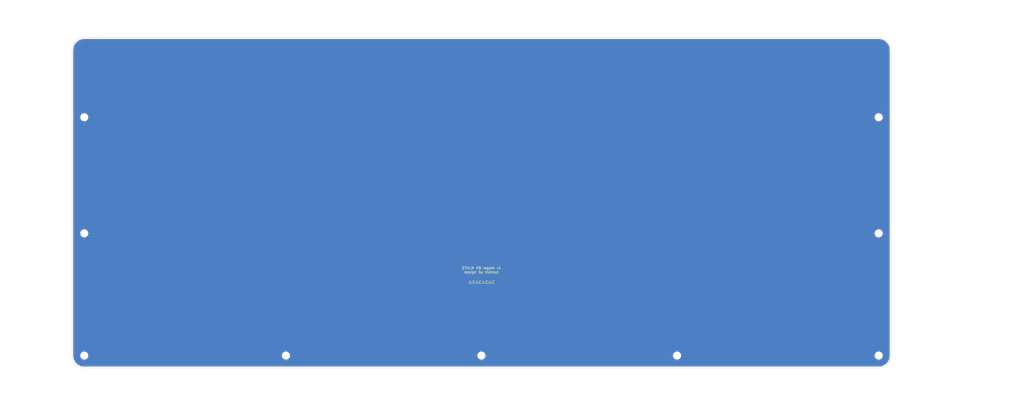
<source format=kicad_pcb>
(kicad_pcb (version 20211014) (generator pcbnew)
  (layers (0 "F.Cu" signal) (31 "B.Cu" signal) (34 "B.Paste" user) (35 "F.Paste" user) (36 "B.SilkS" user "B.Silkscreen") (37 "F.SilkS" user "F.Silkscreen") (38 "B.Mask" user) (39 "F.Mask" user) (44 "Edge.Cuts" user))
  (net 0 "")
  (footprint "MountingHole:MountingHole_2.2mm_M2" (layer "F.Cu") (at 52.525 138.475)
    (fp_text reference "REF**" hide)
    (fp_text value "MountingHole_2.2mm_M2")
    (pad "" np_thru_hole circle locked (at 0 0) (size 2.2 2.2) (drill 2.2) (layers *.Cu *.Mask))
  )
  (footprint "" (layer "F.Cu") (at 52.525 186.225)
    (fp_text reference "" (at 0 0) (layer "F.SilkS") (effects (font (size 1.27 1.27))))
    (fp_text value "" (at 0 0) (layer "F.SilkS") (effects (font (size 1.27 1.27))))
    (pad "" np_thru_hole circle locked (at 0 0) (size 2.2 2.2) (drill 2.2) (layers *.Cu *.Mask))
  )
  (footprint "MountingHole:MountingHole_2.2mm_M2" (layer "F.Cu") (at 207.7125 186.225)
    (fp_text reference "REF**" hide)
    (fp_text value "MountingHole_2.2mm_M2")
    (pad "" np_thru_hole circle locked (at 0 0) (size 2.2 2.2) (drill 2.2) (layers *.Cu *.Mask))
  )
  (footprint "MountingHole:MountingHole_2.2mm_M2" (layer "F.Cu") (at 52.525 186.225)
    (fp_text reference "REF**" hide)
    (fp_text value "MountingHole_2.2mm_M2")
    (pad "" np_thru_hole circle locked (at 0 0) (size 2.2 2.2) (drill 2.2) (layers *.Cu *.Mask))
  )
  (footprint "MountingHole:MountingHole_2.2mm_M2" (layer "F.Cu") (at 131.3125 186.225)
    (fp_text reference "REF**" hide)
    (fp_text value "MountingHole_2.2mm_M2")
    (pad "" np_thru_hole circle locked (at 0 0) (size 2.2 2.2) (drill 2.2) (layers *.Cu *.Mask))
  )
  (footprint "MountingHole:MountingHole_2.2mm_M2" (layer "F.Cu") (at 362.9 186.225)
    (fp_text reference "REF**" hide)
    (fp_text value "MountingHole_2.2mm_M2")
    (pad "" np_thru_hole circle locked (at 0 0) (size 2.2 2.2) (drill 2.2) (layers *.Cu *.Mask))
  )
  (footprint "MountingHole:MountingHole_2.2mm_M2" (layer "F.Cu") (at 362.9 138.475)
    (fp_text reference "REF**" hide)
    (fp_text value "MountingHole_2.2mm_M2")
    (pad "" np_thru_hole circle locked (at 0 0) (size 2.2 2.2) (drill 2.2) (layers *.Cu *.Mask))
  )
  (footprint "MountingHole:MountingHole_2.2mm_M2" (layer "F.Cu") (at 284.1125 186.225)
    (fp_text reference "REF**" hide)
    (fp_text value "MountingHole_2.2mm_M2")
    (pad "" np_thru_hole circle locked (at 0 0) (size 2.2 2.2) (drill 2.2) (layers *.Cu *.Mask))
  )
  (footprint "" (layer "F.Cu") (at 52.525 93.1125)
    (fp_text reference "" (at 0 0) (layer "F.SilkS") (effects (font (size 1.27 1.27))))
    (fp_text value "" (at 0 0) (layer "F.SilkS") (effects (font (size 1.27 1.27))))
    (pad "" np_thru_hole circle locked (at 0 0) (size 2.2 2.2) (drill 2.2) (layers *.Cu *.Mask))
  )
  (footprint "MountingHole:MountingHole_2.2mm_M2" (layer "F.Cu") (at 52.525 93.1125)
    (fp_text reference "REF**" hide)
    (fp_text value "MountingHole_2.2mm_M2")
    (pad "" np_thru_hole circle locked (at 0 0) (size 2.2 2.2) (drill 2.2) (layers *.Cu *.Mask))
  )
  (footprint "MountingHole:MountingHole_2.2mm_M2" (layer "F.Cu") (at 362.9 93.1125)
    (fp_text reference "REF**" hide)
    (fp_text value "MountingHole_2.2mm_M2")
    (pad "" np_thru_hole circle locked (at 0 0) (size 2.2 2.2) (drill 2.2) (layers *.Cu *.Mask))
  )
  (footprint "LOGO" (layer "B.Cu") (at 354.6 126.5375 180)
    (fp_text reference "G***" hide)
    (fp_text value "LOGO" hide)
  )
  (footprint "LOGO" (layer "B.Cu") (at 224.425 126.5375 180)
    (fp_text reference "G***" hide)
    (fp_text value "LOGO" hide)
  )
  (footprint "LOGO" (layer "B.Cu") (at 94.4 126.5375 180)
    (fp_text reference "G***" hide)
    (fp_text value "LOGO" hide)
  )
  (gr_line (start 367.675 186.225) (end 367.675 66.85) (layer "Edge.Cuts") (width 0.15))
  (gr_arc (start 47.75 66.85) (mid 49.148565 63.473565) (end 52.525 62.075) (layer "Edge.Cuts") (width 0.15))
  (gr_arc (start 52.525 191) (mid 49.148565 189.601435) (end 47.75 186.225) (layer "Edge.Cuts") (width 0.15))
  (gr_line (start 362.9 62.075) (end 52.525 62.075) (layer "Edge.Cuts") (width 0.15))
  (gr_arc (start 362.9 62.075) (mid 366.276435 63.473565) (end 367.675 66.85) (layer "Edge.Cuts") (width 0.15))
  (gr_line (start 52.525 191) (end 362.9 191) (layer "Edge.Cuts") (width 0.15))
  (gr_line (start 47.75 66.85) (end 47.75 186.225) (layer "Edge.Cuts") (width 0.15))
  (gr_arc (start 367.675 186.225) (mid 366.276435 189.601435) (end 362.9 191) (layer "Edge.Cuts") (width 0.15))
  (gr_text "JLCJLCJLCJLC" (at 207.7125 157.575) (layer "F.SilkS") (effects (font (size 1 1))))
  (gr_text "STHLM KB lagom v1\ndesign by mohoyt" (at 207.7125 152.8) (layer "F.SilkS") (effects (font (size 1 1))))
  (zone (net 0) (net_name "") (layer "F.Cu") (connect_pads (clearance 0.508)) (min_thickness 0.254) (fill yes (thermal_gap 0.508) (thermal_bridge_width 0.508))
    (polygon (pts (xy 377.8 57.8) (xy 385.9 198) (xy 22.1 199.5) (xy 24.2 53.5) (xy 32.3 51.2)))
  )
  (zone (net 0) (net_name "") (layer "B.Cu") (connect_pads (clearance 0.508)) (min_thickness 0.254) (fill yes (thermal_gap 0.508) (thermal_bridge_width 0.508))
    (polygon (pts (xy 381.8 52.2) (xy 387.5 202.8) (xy 19.8 204.3) (xy 19.6 49.1) (xy 26.7 47.3)))
  )
)
</source>
